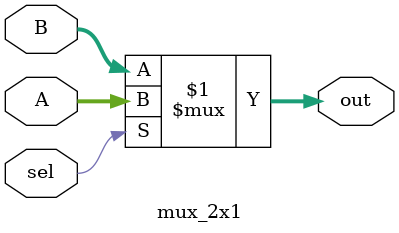
<source format=v>
module mux_2x1(
    input [31:0] A, B,
    input sel,
    output [31:0] out
    );
    
    assign out = sel ? A : B;
    
endmodule

</source>
